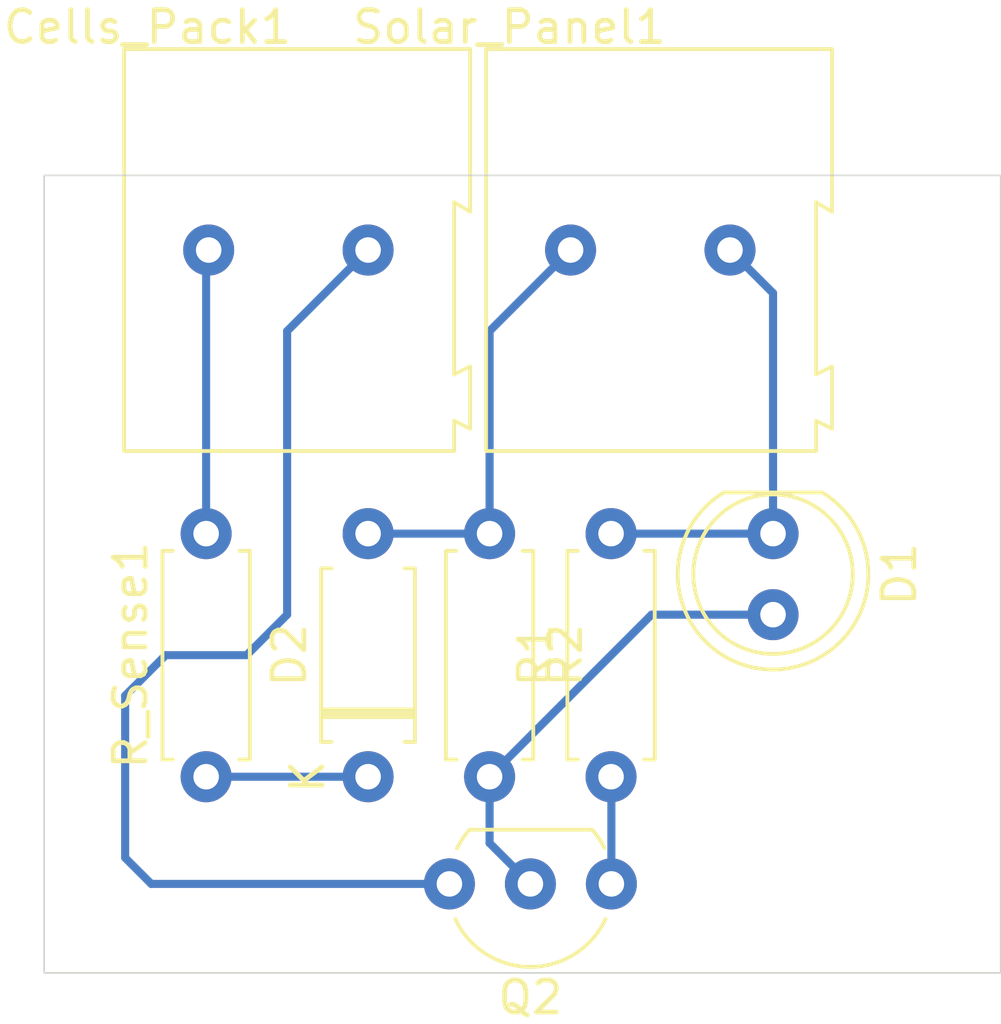
<source format=kicad_pcb>
(kicad_pcb (version 20240108) (generator "pcbnew") (generator_version "8.0")
  (layers (0 "F.Cu" signal) (31 "B.Cu" signal) (34 "B.Paste" user) (35 "F.Paste" user) (36 "B.SilkS" user "B.Silkscreen") (37 "F.SilkS" user "F.Silkscreen") (38 "B.Mask" user) (39 "F.Mask" user) (44 "Edge.Cuts" user))
  (net 0 "")
  (net 1 "Net-(Cells_Pack1-Pin_1)")
  (net 2 "Net-(Cells_Pack1-Pin_2)")
  (net 3 "GND")
  (net 4 "Net-(D1-A)")
  (net 5 "Net-(D2-K)")
  (net 6 "VCC")
  (net 7 "Net-(Q2-E)")
  (footprint "Resistor_THT:R_Axial_DIN0207_L6.3mm_D2.5mm_P7.62mm_Horizontal" (layer "F.Cu") (at 119.38 69.85 90)
    (property "Reference" "R1" (at 3.81 -2.37 -90) (layer "F.SilkS"))
    (property "Value" "15ohm")
    (fp_line (start 7.08 -1.37) (end 7.08 -1.04) (stroke (width 0.12)) (layer "F.SilkS"))
    (fp_line (start 0.54 -1.37) (end 7.08 -1.37) (stroke (width 0.12)) (layer "F.SilkS"))
    (fp_line (start 0.54 -1.04) (end 0.54 -1.37) (stroke (width 0.12)) (layer "F.SilkS"))
    (fp_line (start 0.54 1.04) (end 0.54 1.37) (stroke (width 0.12)) (layer "F.SilkS"))
    (fp_line (start 7.08 1.37) (end 7.08 1.04) (stroke (width 0.12)) (layer "F.SilkS"))
    (fp_line (start 0.54 1.37) (end 7.08 1.37) (stroke (width 0.12)) (layer "F.SilkS"))
    (pad "1" thru_hole circle (at 0 0 90) (size 1.6 1.6) (drill 0.8) (layers "*.Cu" "*.Mask") (net 7 "Net-(Q2-E)"))
    (pad "2" thru_hole circle (at 7.62 0 90) (size 1.6 1.6) (drill 0.8) (layers "*.Cu" "*.Mask") (net 3 "GND"))
  )
  (footprint "Diode_THT:D_A-405_P7.62mm_Horizontal" (layer "F.Cu") (at 111.76 69.85 90)
    (property "Reference" "D2" (at 3.81 -2.47 -90) (layer "F.SilkS"))
    (property "Value" "D")
    (fp_line (start 6.53 -1.47) (end 6.53 -1.14) (stroke (width 0.12)) (layer "F.SilkS"))
    (fp_line (start 2.11 -1.47) (end 2.11 1.47) (stroke (width 0.12)) (layer "F.SilkS"))
    (fp_line (start 1.99 -1.47) (end 1.99 1.47) (stroke (width 0.12)) (layer "F.SilkS"))
    (fp_line (start 1.87 -1.47) (end 1.87 1.47) (stroke (width 0.12)) (layer "F.SilkS"))
    (fp_line (start 1.09 -1.47) (end 6.53 -1.47) (stroke (width 0.12)) (layer "F.SilkS"))
    (fp_line (start 1.09 -1.14) (end 1.09 -1.47) (stroke (width 0.12)) (layer "F.SilkS"))
    (fp_line (start 1.09 1.14) (end 1.09 1.47) (stroke (width 0.12)) (layer "F.SilkS"))
    (fp_line (start 6.53 1.47) (end 6.53 1.14) (stroke (width 0.12)) (layer "F.SilkS"))
    (fp_line (start 1.09 1.47) (end 6.53 1.47) (stroke (width 0.12)) (layer "F.SilkS"))
    (fp_text user "K" (at 0 -1.9 -90) (layer "F.SilkS"))
    (pad "1" thru_hole circle (at 0 0 90) (size 1.6 1.6) (drill 0.8) (layers "*.Cu" "*.Mask") (net 5 "Net-(D2-K)"))
    (pad "2" thru_hole circle (at 7.62 0 90) (size 1.6 1.6) (drill 0.8) (layers "*.Cu" "*.Mask") (net 6 "VCC"))
  )
  (footprint "LED_THT:LED_D5.0mm" (layer "F.Cu") (at 124.46 62.23 -90)
    (property "Reference" "D1" (at 1.27 -3.96 90) (layer "F.SilkS"))
    (property "Value" "1.8V")
    (fp_line (start -1.29 -1.545) (end -1.29 1.545) (stroke (width 0.12)) (layer "F.SilkS"))
    (fp_arc (start 4.26 -0.000462) (mid 2.072002 2.880433) (end -1.29 1.54483) (stroke (width 0.12)) (layer "F.SilkS"))
    (fp_arc (start -1.29 -1.54483) (mid 2.072002 -2.880433) (end 4.26 0.000462) (stroke (width 0.12)) (layer "F.SilkS"))
    (fp_circle (center 1.27 0) (end 3.77 0) (stroke (width 0.12)) (fill none) (layer "F.SilkS"))
    (pad "1" thru_hole circle (at 0 0 270) (size 1.6 1.6) (drill 0.8) (layers "*.Cu" "*.Mask") (net 3 "GND"))
    (pad "2" thru_hole circle (at 2.54 0 270) (size 1.6 1.6) (drill 0.8) (layers "*.Cu" "*.Mask") (net 4 "Net-(D1-A)"))
  )
  (footprint "Package_TO_SOT_THT:TO-92L_Inline_Wide" (layer "F.Cu") (at 119.39 73.21 180)
    (property "Reference" "Q2" (at 2.54 -3.56 180) (layer "F.SilkS"))
    (property "Value" "2N2222A")
    (fp_line (start 0.6 1.7) (end 4.45 1.7) (stroke (width 0.12)) (layer "F.SilkS"))
    (fp_arc (start 4.842383 1.112264) (mid 4.666594 1.419753) (end 4.45 1.7) (stroke (width 0.12)) (layer "F.SilkS"))
    (fp_arc (start 2.54 -2.6) (mid 3.936979 -2.192818) (end 4.8964 -1.098807) (stroke (width 0.12)) (layer "F.SilkS"))
    (fp_arc (start 0.6 1.7) (mid 0.389183 1.423933) (end 0.217369 1.122045) (stroke (width 0.12)) (layer "F.SilkS"))
    (fp_arc (start 0.1836 -1.098807) (mid 1.143021 -2.192817) (end 2.54 -2.6) (stroke (width 0.12)) (layer "F.SilkS"))
    (pad "1" thru_hole circle (at 0 0 180) (size 1.6 1.6) (drill 0.8) (layers "*.Cu" "*.Mask") (net 7 "Net-(Q2-E)"))
    (pad "2" thru_hole circle (at 2.54 0 180) (size 1.6 1.6) (drill 0.8) (layers "*.Cu" "*.Mask") (net 4 "Net-(D1-A)"))
    (pad "3" thru_hole circle (at 5.08 0 180) (size 1.6 1.6) (drill 0.8) (layers "*.Cu" "*.Mask") (net 2 "Net-(Cells_Pack1-Pin_2)"))
  )
  (footprint "TerminalBlock:TerminalBlock_Altech_AK300-2_P5.00mm" (layer "F.Cu") (at 106.76 53.34)
    (property "Reference" "Cells_Pack1" (at -1.92 -6.99 0) (layer "F.SilkS"))
    (property "Value" "Screw_Terminal_01x02")
    (fp_line (start -2.65 -6.3) (end -2.65 6.3) (stroke (width 0.12)) (layer "F.SilkS"))
    (fp_line (start -2.65 6.3) (end 7.7 6.3) (stroke (width 0.12)) (layer "F.SilkS"))
    (fp_line (start 7.7 -1.5) (end 8.2 -1.2) (stroke (width 0.12)) (layer "F.SilkS"))
    (fp_line (start 7.7 3.9) (end 7.7 -1.5) (stroke (width 0.12)) (layer "F.SilkS"))
    (fp_line (start 7.7 5.35) (end 8.2 5.6) (stroke (width 0.12)) (layer "F.SilkS"))
    (fp_line (start 7.7 6.3) (end 7.7 5.35) (stroke (width 0.12)) (layer "F.SilkS"))
    (fp_line (start 8.2 -6.3) (end -2.65 -6.3) (stroke (width 0.12)) (layer "F.SilkS"))
    (fp_line (start 8.2 -1.2) (end 8.2 -6.3) (stroke (width 0.12)) (layer "F.SilkS"))
    (fp_line (start 8.2 3.65) (end 7.7 3.9) (stroke (width 0.12)) (layer "F.SilkS"))
    (fp_line (start 8.2 3.7) (end 8.2 3.65) (stroke (width 0.12)) (layer "F.SilkS"))
    (fp_line (start 8.2 5.6) (end 8.2 3.7) (stroke (width 0.12)) (layer "F.SilkS"))
    (pad "1" thru_hole circle (at 0 0) (size 1.6 1.6) (drill 0.8) (layers "*.Cu" "*.Mask") (net 1 "Net-(Cells_Pack1-Pin_1)"))
    (pad "2" thru_hole circle (at 5 0) (size 1.6 1.6) (drill 0.8) (layers "*.Cu" "*.Mask") (net 2 "Net-(Cells_Pack1-Pin_2)"))
  )
  (footprint "Resistor_THT:R_Axial_DIN0207_L6.3mm_D2.5mm_P7.62mm_Horizontal" (layer "F.Cu") (at 115.57 62.23 -90)
    (property "Reference" "R2" (at 3.81 -2.37 90) (layer "F.SilkS"))
    (property "Value" "1K")
    (fp_line (start 0.54 1.37) (end 7.08 1.37) (stroke (width 0.12)) (layer "F.SilkS"))
    (fp_line (start 7.08 1.37) (end 7.08 1.04) (stroke (width 0.12)) (layer "F.SilkS"))
    (fp_line (start 0.54 1.04) (end 0.54 1.37) (stroke (width 0.12)) (layer "F.SilkS"))
    (fp_line (start 0.54 -1.04) (end 0.54 -1.37) (stroke (width 0.12)) (layer "F.SilkS"))
    (fp_line (start 0.54 -1.37) (end 7.08 -1.37) (stroke (width 0.12)) (layer "F.SilkS"))
    (fp_line (start 7.08 -1.37) (end 7.08 -1.04) (stroke (width 0.12)) (layer "F.SilkS"))
    (pad "1" thru_hole circle (at 0 0 270) (size 1.6 1.6) (drill 0.8) (layers "*.Cu" "*.Mask") (net 6 "VCC"))
    (pad "2" thru_hole circle (at 7.62 0 270) (size 1.6 1.6) (drill 0.8) (layers "*.Cu" "*.Mask") (net 4 "Net-(D1-A)"))
  )
  (footprint "Resistor_THT:R_Axial_DIN0207_L6.3mm_D2.5mm_P7.62mm_Horizontal" (layer "F.Cu") (at 106.68 69.85 90)
    (property "Reference" "R_Sense1" (at 3.81 -2.37 -90) (layer "F.SilkS"))
    (property "Value" "1ohm")
    (fp_line (start 7.08 -1.37) (end 7.08 -1.04) (stroke (width 0.12)) (layer "F.SilkS"))
    (fp_line (start 0.54 -1.37) (end 7.08 -1.37) (stroke (width 0.12)) (layer "F.SilkS"))
    (fp_line (start 0.54 -1.04) (end 0.54 -1.37) (stroke (width 0.12)) (layer "F.SilkS"))
    (fp_line (start 0.54 1.04) (end 0.54 1.37) (stroke (width 0.12)) (layer "F.SilkS"))
    (fp_line (start 7.08 1.37) (end 7.08 1.04) (stroke (width 0.12)) (layer "F.SilkS"))
    (fp_line (start 0.54 1.37) (end 7.08 1.37) (stroke (width 0.12)) (layer "F.SilkS"))
    (pad "1" thru_hole circle (at 0 0 90) (size 1.6 1.6) (drill 0.8) (layers "*.Cu" "*.Mask") (net 5 "Net-(D2-K)"))
    (pad "2" thru_hole circle (at 7.62 0 90) (size 1.6 1.6) (drill 0.8) (layers "*.Cu" "*.Mask") (net 1 "Net-(Cells_Pack1-Pin_1)"))
  )
  (footprint "TerminalBlock:TerminalBlock_Altech_AK300-2_P5.00mm" (layer "F.Cu") (at 118.11 53.34)
    (property "Reference" "Solar_Panel1" (at -1.92 -6.99 0) (layer "F.SilkS"))
    (property "Value" "Screw_Terminal_01x02")
    (fp_line (start -2.65 -6.3) (end -2.65 6.3) (stroke (width 0.12)) (layer "F.SilkS"))
    (fp_line (start -2.65 6.3) (end 7.7 6.3) (stroke (width 0.12)) (layer "F.SilkS"))
    (fp_line (start 7.7 -1.5) (end 8.2 -1.2) (stroke (width 0.12)) (layer "F.SilkS"))
    (fp_line (start 7.7 3.9) (end 7.7 -1.5) (stroke (width 0.12)) (layer "F.SilkS"))
    (fp_line (start 7.7 5.35) (end 8.2 5.6) (stroke (width 0.12)) (layer "F.SilkS"))
    (fp_line (start 7.7 6.3) (end 7.7 5.35) (stroke (width 0.12)) (layer "F.SilkS"))
    (fp_line (start 8.2 -6.3) (end -2.65 -6.3) (stroke (width 0.12)) (layer "F.SilkS"))
    (fp_line (start 8.2 -1.2) (end 8.2 -6.3) (stroke (width 0.12)) (layer "F.SilkS"))
    (fp_line (start 8.2 3.65) (end 7.7 3.9) (stroke (width 0.12)) (layer "F.SilkS"))
    (fp_line (start 8.2 3.7) (end 8.2 3.65) (stroke (width 0.12)) (layer "F.SilkS"))
    (fp_line (start 8.2 5.6) (end 8.2 3.7) (stroke (width 0.12)) (layer "F.SilkS"))
    (pad "1" thru_hole circle (at 0 0) (size 1.6 1.6) (drill 0.8) (layers "*.Cu" "*.Mask") (net 6 "VCC"))
    (pad "2" thru_hole circle (at 5 0) (size 1.6 1.6) (drill 0.8) (layers "*.Cu" "*.Mask") (net 3 "GND"))
  )
  (gr_rect (start 101.6 51) (end 131.6 76) (stroke (width 0.05)) (fill none) (layer "Edge.Cuts"))
  (segment (start 106.68 53.42) (end 106.76 53.34) (width 0.254) (layer "B.Cu") (net 1))
  (segment (start 106.68 62.23) (end 106.68 53.42) (width 0.254) (layer "B.Cu") (net 1))
  (segment (start 104.96 73.21) (end 114.31 73.21) (width 0.254) (layer "B.Cu") (net 2))
  (segment (start 105.41 66.04) (end 104.14 67.31) (width 0.254) (layer "B.Cu") (net 2))
  (segment (start 109.22 55.88) (end 109.22 64.77) (width 0.254) (layer "B.Cu") (net 2))
  (segment (start 111.76 53.34) (end 109.22 55.88) (width 0.254) (layer "B.Cu") (net 2))
  (segment (start 107.95 66.04) (end 105.41 66.04) (width 0.254) (layer "B.Cu") (net 2))
  (segment (start 104.14 72.39) (end 104.96 73.21) (width 0.254) (layer "B.Cu") (net 2))
  (segment (start 104.14 67.31) (end 104.14 72.39) (width 0.254) (layer "B.Cu") (net 2))
  (segment (start 109.22 64.77) (end 107.95 66.04) (width 0.254) (layer "B.Cu") (net 2))
  (segment (start 124.46 62.23) (end 124.46 54.69) (width 0.254) (layer "B.Cu") (net 3))
  (segment (start 124.46 54.69) (end 123.11 53.34) (width 0.254) (layer "B.Cu") (net 3))
  (segment (start 124.46 62.23) (end 119.38 62.23) (width 0.254) (layer "B.Cu") (net 3))
  (segment (start 123.11 53.34) (end 123.19 53.34) (width 0.254) (layer "B.Cu") (net 3))
  (segment (start 115.57 71.93) (end 116.85 73.21) (width 0.254) (layer "B.Cu") (net 4))
  (segment (start 124.46 64.77) (end 120.65 64.77) (width 0.254) (layer "B.Cu") (net 4))
  (segment (start 115.57 69.85) (end 115.57 71.93) (width 0.254) (layer "B.Cu") (net 4))
  (segment (start 120.65 64.77) (end 115.57 69.85) (width 0.254) (layer "B.Cu") (net 4))
  (segment (start 106.68 69.85) (end 111.76 69.85) (width 0.254) (layer "B.Cu") (net 5))
  (segment (start 115.57 62.23) (end 115.57 55.88) (width 0.254) (layer "B.Cu") (net 6))
  (segment (start 111.76 62.23) (end 115.57 62.23) (width 0.254) (layer "B.Cu") (net 6))
  (segment (start 115.57 55.88) (end 118.11 53.34) (width 0.254) (layer "B.Cu") (net 6))
  (segment (start 119.39 73.21) (end 119.39 69.86) (width 0.254) (layer "B.Cu") (net 7))
  (segment (start 119.39 69.86) (end 119.38 69.85) (width 0.254) (layer "B.Cu") (net 7))
)
</source>
